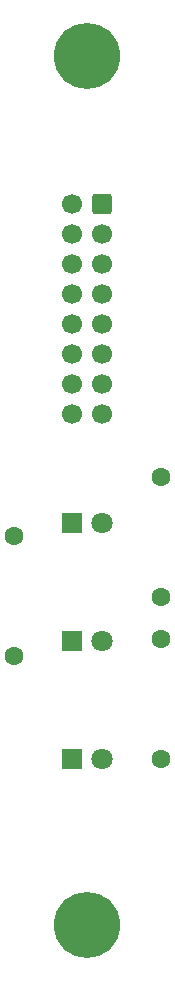
<source format=gts>
%TF.GenerationSoftware,KiCad,Pcbnew,9.0.3*%
%TF.CreationDate,2026-01-03T20:08:18+00:00*%
%TF.ProjectId,input-panel,696e7075-742d-4706-916e-656c2e6b6963,rev?*%
%TF.SameCoordinates,Original*%
%TF.FileFunction,Soldermask,Top*%
%TF.FilePolarity,Negative*%
%FSLAX46Y46*%
G04 Gerber Fmt 4.6, Leading zero omitted, Abs format (unit mm)*
G04 Created by KiCad (PCBNEW 9.0.3) date 2026-01-03 20:08:18*
%MOMM*%
%LPD*%
G01*
G04 APERTURE LIST*
G04 Aperture macros list*
%AMRoundRect*
0 Rectangle with rounded corners*
0 $1 Rounding radius*
0 $2 $3 $4 $5 $6 $7 $8 $9 X,Y pos of 4 corners*
0 Add a 4 corners polygon primitive as box body*
4,1,4,$2,$3,$4,$5,$6,$7,$8,$9,$2,$3,0*
0 Add four circle primitives for the rounded corners*
1,1,$1+$1,$2,$3*
1,1,$1+$1,$4,$5*
1,1,$1+$1,$6,$7*
1,1,$1+$1,$8,$9*
0 Add four rect primitives between the rounded corners*
20,1,$1+$1,$2,$3,$4,$5,0*
20,1,$1+$1,$4,$5,$6,$7,0*
20,1,$1+$1,$6,$7,$8,$9,0*
20,1,$1+$1,$8,$9,$2,$3,0*%
G04 Aperture macros list end*
%ADD10C,1.600000*%
%ADD11C,5.600000*%
%ADD12R,1.800000X1.800000*%
%ADD13C,1.800000*%
%ADD14RoundRect,0.250000X0.600000X0.600000X-0.600000X0.600000X-0.600000X-0.600000X0.600000X-0.600000X0*%
%ADD15C,1.700000*%
G04 APERTURE END LIST*
D10*
%TO.C,R4*%
X91250000Y-126090000D03*
X91250000Y-136250000D03*
%TD*%
D11*
%TO.C,H1*%
X85000000Y-76750000D03*
%TD*%
D10*
%TO.C,R3*%
X78750000Y-127500000D03*
X78750000Y-117340000D03*
%TD*%
D12*
%TO.C,D5*%
X83725000Y-136250000D03*
D13*
X86265000Y-136250000D03*
%TD*%
D10*
%TO.C,R2*%
X91250000Y-112340000D03*
X91250000Y-122500000D03*
%TD*%
D12*
%TO.C,D3*%
X83725000Y-116250000D03*
D13*
X86265000Y-116250000D03*
%TD*%
D12*
%TO.C,D4*%
X83725000Y-126250000D03*
D13*
X86265000Y-126250000D03*
%TD*%
D11*
%TO.C,H2*%
X85000000Y-150250000D03*
%TD*%
D14*
%TO.C,J4*%
X86270000Y-89222500D03*
D15*
X83730000Y-89222500D03*
X86270000Y-91762500D03*
X83730000Y-91762500D03*
X86270000Y-94302500D03*
X83730000Y-94302500D03*
X86270000Y-96842500D03*
X83730000Y-96842500D03*
X86270000Y-99382500D03*
X83730000Y-99382500D03*
X86270000Y-101922500D03*
X83730000Y-101922500D03*
X86270000Y-104462500D03*
X83730000Y-104462500D03*
X86270000Y-107002500D03*
X83730000Y-107002500D03*
%TD*%
M02*

</source>
